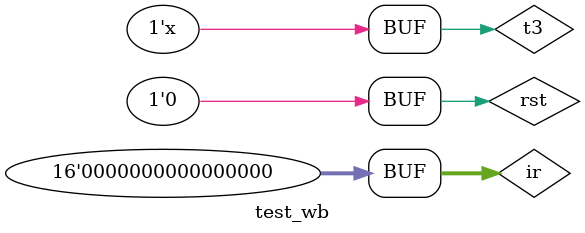
<source format=v>
`timescale 1ns / 1ps


module test_wb;

	// Inputs
	reg t3;
	reg rst;
	reg [15:0] ir;

	// Outputs
	wire wbin;
	wire wbr;

	// Instantiate the Unit Under Test (UUT)
	WB uut (
		.t3(t3), 
		.rst(rst), 
		.wbin(wbin), 
		.wbr(wbr), 
		.ir(ir)
	);
always #20 t3=~t3;
	initial begin
		// Initialize Inputs
		t3 = 0;
		rst = 0;
		ir = 0;
		#1 rst=1;
		#1 rst=0;
		#38 ir=16'b0011000000000000;
		#40 ir=16'b1001000000000000;
		#40 ir=16'b0010000000000000;
		#40 ir=16'b0111000000000000;
		#40 ir=0;

		// Wait 100 ns for global reset to finish
		#100;
        
		// Add stimulus here

	end
      
endmodule


</source>
